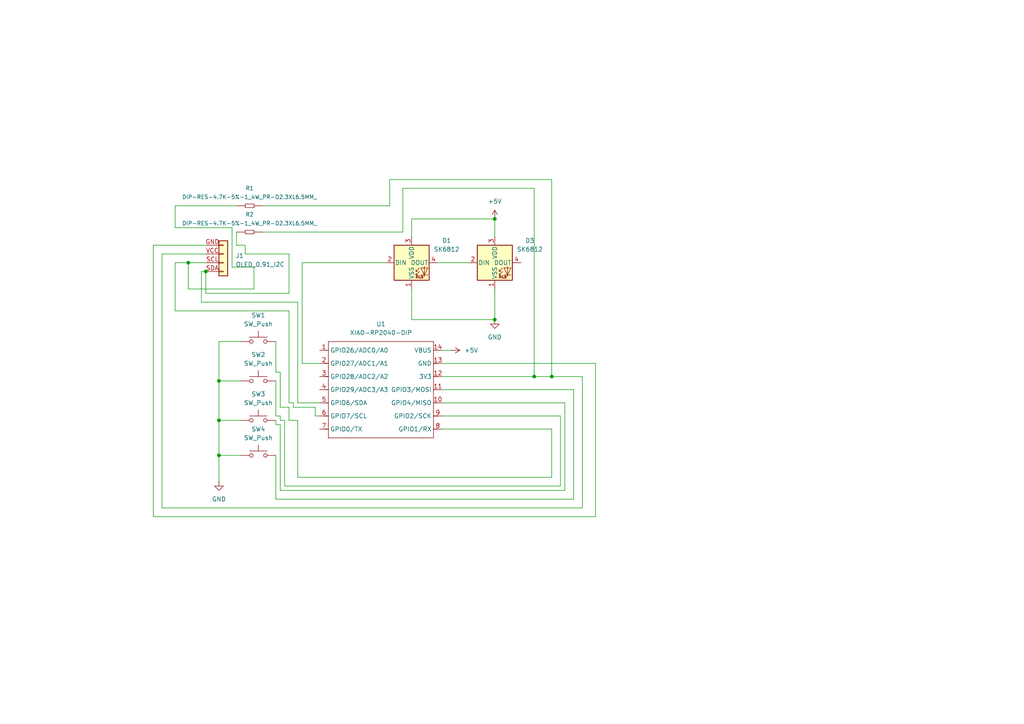
<source format=kicad_sch>
(kicad_sch
	(version 20250114)
	(generator "eeschema")
	(generator_version "9.0")
	(uuid "9b544e0f-8871-470e-befa-ea3b65d0330b")
	(paper "A4")
	(lib_symbols
		(symbol "Connector_Generic:Conn_01x04"
			(pin_names
				(offset 1.016)
				(hide yes)
			)
			(exclude_from_sim no)
			(in_bom yes)
			(on_board yes)
			(property "Reference" "J1"
				(at 2.54 0.0001 0)
				(effects
					(font
						(size 1.27 1.27)
					)
					(justify left)
				)
			)
			(property "Value" "OLED_0.91_I2C"
				(at 2.54 -2.5399 0)
				(effects
					(font
						(size 1.27 1.27)
					)
					(justify left)
				)
			)
			(property "Footprint" ""
				(at 0 0 0)
				(effects
					(font
						(size 1.27 1.27)
					)
					(hide yes)
				)
			)
			(property "Datasheet" "~"
				(at 0 0 0)
				(effects
					(font
						(size 1.27 1.27)
					)
					(hide yes)
				)
			)
			(property "Description" "Generic connector, single row, 01x04, script generated (kicad-library-utils/schlib/autogen/connector/)"
				(at 0 0 0)
				(effects
					(font
						(size 1.27 1.27)
					)
					(hide yes)
				)
			)
			(property "ki_keywords" "connector"
				(at 0 0 0)
				(effects
					(font
						(size 1.27 1.27)
					)
					(hide yes)
				)
			)
			(property "ki_fp_filters" "Connector*:*_1x??_*"
				(at 0 0 0)
				(effects
					(font
						(size 1.27 1.27)
					)
					(hide yes)
				)
			)
			(symbol "Conn_01x04_1_1"
				(rectangle
					(start -1.27 3.81)
					(end 1.27 -6.35)
					(stroke
						(width 0.254)
						(type default)
					)
					(fill
						(type background)
					)
				)
				(rectangle
					(start -1.27 2.667)
					(end 0 2.413)
					(stroke
						(width 0.1524)
						(type default)
					)
					(fill
						(type none)
					)
				)
				(rectangle
					(start -1.27 0.127)
					(end 0 -0.127)
					(stroke
						(width 0.1524)
						(type default)
					)
					(fill
						(type none)
					)
				)
				(rectangle
					(start -1.27 -2.413)
					(end 0 -2.667)
					(stroke
						(width 0.1524)
						(type default)
					)
					(fill
						(type none)
					)
				)
				(rectangle
					(start -1.27 -4.953)
					(end 0 -5.207)
					(stroke
						(width 0.1524)
						(type default)
					)
					(fill
						(type none)
					)
				)
				(pin passive line
					(at -5.08 2.54 0)
					(length 3.81)
					(name "GND"
						(effects
							(font
								(size 1.27 1.27)
							)
						)
					)
					(number "GND"
						(effects
							(font
								(size 1.27 1.27)
							)
						)
					)
				)
				(pin passive line
					(at -5.08 0 0)
					(length 3.81)
					(name "VCC"
						(effects
							(font
								(size 1.27 1.27)
							)
						)
					)
					(number "VCC"
						(effects
							(font
								(size 1.27 1.27)
							)
						)
					)
				)
				(pin passive line
					(at -5.08 -2.54 0)
					(length 3.81)
					(name "SCL"
						(effects
							(font
								(size 1.27 1.27)
							)
						)
					)
					(number "SCL"
						(effects
							(font
								(size 1.27 1.27)
							)
						)
					)
				)
				(pin passive line
					(at -5.08 -5.08 0)
					(length 3.81)
					(name "SDA"
						(effects
							(font
								(size 1.27 1.27)
							)
						)
					)
					(number "SDA"
						(effects
							(font
								(size 1.27 1.27)
							)
						)
					)
				)
			)
			(embedded_fonts no)
		)
		(symbol "LED:SK6812"
			(pin_names
				(offset 0.254)
			)
			(exclude_from_sim no)
			(in_bom yes)
			(on_board yes)
			(property "Reference" "D"
				(at 5.08 5.715 0)
				(effects
					(font
						(size 1.27 1.27)
					)
					(justify right bottom)
				)
			)
			(property "Value" "SK6812"
				(at 1.27 -5.715 0)
				(effects
					(font
						(size 1.27 1.27)
					)
					(justify left top)
				)
			)
			(property "Footprint" "LED_SMD:LED_SK6812_PLCC4_5.0x5.0mm_P3.2mm"
				(at 1.27 -7.62 0)
				(effects
					(font
						(size 1.27 1.27)
					)
					(justify left top)
					(hide yes)
				)
			)
			(property "Datasheet" "https://cdn-shop.adafruit.com/product-files/1138/SK6812+LED+datasheet+.pdf"
				(at 2.54 -9.525 0)
				(effects
					(font
						(size 1.27 1.27)
					)
					(justify left top)
					(hide yes)
				)
			)
			(property "Description" "RGB LED with integrated controller"
				(at 0 0 0)
				(effects
					(font
						(size 1.27 1.27)
					)
					(hide yes)
				)
			)
			(property "ki_keywords" "RGB LED NeoPixel addressable"
				(at 0 0 0)
				(effects
					(font
						(size 1.27 1.27)
					)
					(hide yes)
				)
			)
			(property "ki_fp_filters" "LED*SK6812*PLCC*5.0x5.0mm*P3.2mm*"
				(at 0 0 0)
				(effects
					(font
						(size 1.27 1.27)
					)
					(hide yes)
				)
			)
			(symbol "SK6812_0_0"
				(text "RGB"
					(at 2.286 -4.191 0)
					(effects
						(font
							(size 0.762 0.762)
						)
					)
				)
			)
			(symbol "SK6812_0_1"
				(polyline
					(pts
						(xy 1.27 -2.54) (xy 1.778 -2.54)
					)
					(stroke
						(width 0)
						(type default)
					)
					(fill
						(type none)
					)
				)
				(polyline
					(pts
						(xy 1.27 -3.556) (xy 1.778 -3.556)
					)
					(stroke
						(width 0)
						(type default)
					)
					(fill
						(type none)
					)
				)
				(polyline
					(pts
						(xy 2.286 -1.524) (xy 1.27 -2.54) (xy 1.27 -2.032)
					)
					(stroke
						(width 0)
						(type default)
					)
					(fill
						(type none)
					)
				)
				(polyline
					(pts
						(xy 2.286 -2.54) (xy 1.27 -3.556) (xy 1.27 -3.048)
					)
					(stroke
						(width 0)
						(type default)
					)
					(fill
						(type none)
					)
				)
				(polyline
					(pts
						(xy 3.683 -1.016) (xy 3.683 -3.556) (xy 3.683 -4.064)
					)
					(stroke
						(width 0)
						(type default)
					)
					(fill
						(type none)
					)
				)
				(polyline
					(pts
						(xy 4.699 -1.524) (xy 2.667 -1.524) (xy 3.683 -3.556) (xy 4.699 -1.524)
					)
					(stroke
						(width 0)
						(type default)
					)
					(fill
						(type none)
					)
				)
				(polyline
					(pts
						(xy 4.699 -3.556) (xy 2.667 -3.556)
					)
					(stroke
						(width 0)
						(type default)
					)
					(fill
						(type none)
					)
				)
				(rectangle
					(start 5.08 5.08)
					(end -5.08 -5.08)
					(stroke
						(width 0.254)
						(type default)
					)
					(fill
						(type background)
					)
				)
			)
			(symbol "SK6812_1_1"
				(pin input line
					(at -7.62 0 0)
					(length 2.54)
					(name "DIN"
						(effects
							(font
								(size 1.27 1.27)
							)
						)
					)
					(number "2"
						(effects
							(font
								(size 1.27 1.27)
							)
						)
					)
				)
				(pin power_in line
					(at 0 7.62 270)
					(length 2.54)
					(name "VDD"
						(effects
							(font
								(size 1.27 1.27)
							)
						)
					)
					(number "3"
						(effects
							(font
								(size 1.27 1.27)
							)
						)
					)
				)
				(pin power_in line
					(at 0 -7.62 90)
					(length 2.54)
					(name "VSS"
						(effects
							(font
								(size 1.27 1.27)
							)
						)
					)
					(number "1"
						(effects
							(font
								(size 1.27 1.27)
							)
						)
					)
				)
				(pin output line
					(at 7.62 0 180)
					(length 2.54)
					(name "DOUT"
						(effects
							(font
								(size 1.27 1.27)
							)
						)
					)
					(number "4"
						(effects
							(font
								(size 1.27 1.27)
							)
						)
					)
				)
			)
			(embedded_fonts no)
		)
		(symbol "OPL_Resistor:DIP-RES-4.7K-5%-1_4W_PR-D2.3XL6.5MM_"
			(pin_numbers
				(hide yes)
			)
			(pin_names
				(offset 1.016)
				(hide yes)
			)
			(exclude_from_sim no)
			(in_bom yes)
			(on_board yes)
			(property "Reference" "R"
				(at -3.81 1.27 0)
				(effects
					(font
						(size 1.143 1.143)
					)
					(justify left bottom)
				)
			)
			(property "Value" "DIP-RES-4.7K-5%-1_4W_PR-D2.3XL6.5MM_"
				(at -3.81 -2.54 0)
				(effects
					(font
						(size 1.143 1.143)
					)
					(justify left bottom)
				)
			)
			(property "Footprint" ""
				(at 0 0 0)
				(effects
					(font
						(size 1.016 1.016)
					)
					(hide yes)
				)
			)
			(property "Datasheet" ""
				(at 0 0 0)
				(effects
					(font
						(size 1.016 1.016)
					)
					(hide yes)
				)
			)
			(property "Description" ""
				(at 0 0 0)
				(effects
					(font
						(size 1.27 1.27)
					)
					(hide yes)
				)
			)
			(property "MPN" "FHCFR-1_4W-472J"
				(at 0.762 3.81 0)
				(effects
					(font
						(size 0.508 0.508)
					)
					(hide yes)
				)
			)
			(property "SKU" "301020012"
				(at 0.762 3.81 0)
				(effects
					(font
						(size 0.508 0.508)
					)
					(hide yes)
				)
			)
			(property "ki_locked" ""
				(at 0 0 0)
				(effects
					(font
						(size 1.27 1.27)
					)
				)
			)
			(property "ki_fp_filters" "*PR-D2.3XL6.5MM*"
				(at 0 0 0)
				(effects
					(font
						(size 1.27 1.27)
					)
					(hide yes)
				)
			)
			(symbol "DIP-RES-4.7K-5%-1_4W_PR-D2.3XL6.5MM__1_0"
				(polyline
					(pts
						(xy -1.27 0.508) (xy 1.27 0.508)
					)
					(stroke
						(width 0)
						(type solid)
					)
					(fill
						(type none)
					)
				)
				(polyline
					(pts
						(xy -1.27 -0.508) (xy -1.27 0.508)
					)
					(stroke
						(width 0)
						(type solid)
					)
					(fill
						(type none)
					)
				)
				(polyline
					(pts
						(xy 1.27 0.508) (xy 1.27 -0.508)
					)
					(stroke
						(width 0)
						(type solid)
					)
					(fill
						(type none)
					)
				)
				(polyline
					(pts
						(xy 1.27 -0.508) (xy -1.27 -0.508)
					)
					(stroke
						(width 0)
						(type solid)
					)
					(fill
						(type none)
					)
				)
			)
			(symbol "DIP-RES-4.7K-5%-1_4W_PR-D2.3XL6.5MM__1_1"
				(pin passive line
					(at -3.81 0 0)
					(length 2.54)
					(name "1"
						(effects
							(font
								(size 1.016 1.016)
							)
						)
					)
					(number "1"
						(effects
							(font
								(size 1.016 1.016)
							)
						)
					)
				)
				(pin passive line
					(at 3.81 0 180)
					(length 2.54)
					(name "2"
						(effects
							(font
								(size 1.016 1.016)
							)
						)
					)
					(number "2"
						(effects
							(font
								(size 1.016 1.016)
							)
						)
					)
				)
			)
			(embedded_fonts no)
		)
		(symbol "Seeed_Studio_XIAO_Series:XIAO-RP2040-DIP"
			(exclude_from_sim no)
			(in_bom yes)
			(on_board yes)
			(property "Reference" "U"
				(at 0 0 0)
				(effects
					(font
						(size 1.27 1.27)
					)
				)
			)
			(property "Value" "XIAO-RP2040-DIP"
				(at 5.334 -1.778 0)
				(effects
					(font
						(size 1.27 1.27)
					)
				)
			)
			(property "Footprint" "Module:MOUDLE14P-XIAO-DIP-SMD"
				(at 14.478 -32.258 0)
				(effects
					(font
						(size 1.27 1.27)
					)
					(hide yes)
				)
			)
			(property "Datasheet" ""
				(at 0 0 0)
				(effects
					(font
						(size 1.27 1.27)
					)
					(hide yes)
				)
			)
			(property "Description" ""
				(at 0 0 0)
				(effects
					(font
						(size 1.27 1.27)
					)
					(hide yes)
				)
			)
			(symbol "XIAO-RP2040-DIP_1_0"
				(polyline
					(pts
						(xy -1.27 -2.54) (xy 29.21 -2.54)
					)
					(stroke
						(width 0.1524)
						(type solid)
					)
					(fill
						(type none)
					)
				)
				(polyline
					(pts
						(xy -1.27 -5.08) (xy -2.54 -5.08)
					)
					(stroke
						(width 0.1524)
						(type solid)
					)
					(fill
						(type none)
					)
				)
				(polyline
					(pts
						(xy -1.27 -5.08) (xy -1.27 -2.54)
					)
					(stroke
						(width 0.1524)
						(type solid)
					)
					(fill
						(type none)
					)
				)
				(polyline
					(pts
						(xy -1.27 -8.89) (xy -2.54 -8.89)
					)
					(stroke
						(width 0.1524)
						(type solid)
					)
					(fill
						(type none)
					)
				)
				(polyline
					(pts
						(xy -1.27 -8.89) (xy -1.27 -5.08)
					)
					(stroke
						(width 0.1524)
						(type solid)
					)
					(fill
						(type none)
					)
				)
				(polyline
					(pts
						(xy -1.27 -12.7) (xy -2.54 -12.7)
					)
					(stroke
						(width 0.1524)
						(type solid)
					)
					(fill
						(type none)
					)
				)
				(polyline
					(pts
						(xy -1.27 -12.7) (xy -1.27 -8.89)
					)
					(stroke
						(width 0.1524)
						(type solid)
					)
					(fill
						(type none)
					)
				)
				(polyline
					(pts
						(xy -1.27 -16.51) (xy -2.54 -16.51)
					)
					(stroke
						(width 0.1524)
						(type solid)
					)
					(fill
						(type none)
					)
				)
				(polyline
					(pts
						(xy -1.27 -16.51) (xy -1.27 -12.7)
					)
					(stroke
						(width 0.1524)
						(type solid)
					)
					(fill
						(type none)
					)
				)
				(polyline
					(pts
						(xy -1.27 -20.32) (xy -2.54 -20.32)
					)
					(stroke
						(width 0.1524)
						(type solid)
					)
					(fill
						(type none)
					)
				)
				(polyline
					(pts
						(xy -1.27 -24.13) (xy -2.54 -24.13)
					)
					(stroke
						(width 0.1524)
						(type solid)
					)
					(fill
						(type none)
					)
				)
				(polyline
					(pts
						(xy -1.27 -27.94) (xy -2.54 -27.94)
					)
					(stroke
						(width 0.1524)
						(type solid)
					)
					(fill
						(type none)
					)
				)
				(polyline
					(pts
						(xy -1.27 -30.48) (xy -1.27 -16.51)
					)
					(stroke
						(width 0.1524)
						(type solid)
					)
					(fill
						(type none)
					)
				)
				(polyline
					(pts
						(xy 29.21 -2.54) (xy 29.21 -5.08)
					)
					(stroke
						(width 0.1524)
						(type solid)
					)
					(fill
						(type none)
					)
				)
				(polyline
					(pts
						(xy 29.21 -5.08) (xy 29.21 -8.89)
					)
					(stroke
						(width 0.1524)
						(type solid)
					)
					(fill
						(type none)
					)
				)
				(polyline
					(pts
						(xy 29.21 -8.89) (xy 29.21 -12.7)
					)
					(stroke
						(width 0.1524)
						(type solid)
					)
					(fill
						(type none)
					)
				)
				(polyline
					(pts
						(xy 29.21 -12.7) (xy 29.21 -30.48)
					)
					(stroke
						(width 0.1524)
						(type solid)
					)
					(fill
						(type none)
					)
				)
				(polyline
					(pts
						(xy 29.21 -30.48) (xy -1.27 -30.48)
					)
					(stroke
						(width 0.1524)
						(type solid)
					)
					(fill
						(type none)
					)
				)
				(polyline
					(pts
						(xy 30.48 -5.08) (xy 29.21 -5.08)
					)
					(stroke
						(width 0.1524)
						(type solid)
					)
					(fill
						(type none)
					)
				)
				(polyline
					(pts
						(xy 30.48 -8.89) (xy 29.21 -8.89)
					)
					(stroke
						(width 0.1524)
						(type solid)
					)
					(fill
						(type none)
					)
				)
				(polyline
					(pts
						(xy 30.48 -12.7) (xy 29.21 -12.7)
					)
					(stroke
						(width 0.1524)
						(type solid)
					)
					(fill
						(type none)
					)
				)
				(polyline
					(pts
						(xy 30.48 -16.51) (xy 29.21 -16.51)
					)
					(stroke
						(width 0.1524)
						(type solid)
					)
					(fill
						(type none)
					)
				)
				(polyline
					(pts
						(xy 30.48 -20.32) (xy 29.21 -20.32)
					)
					(stroke
						(width 0.1524)
						(type solid)
					)
					(fill
						(type none)
					)
				)
				(polyline
					(pts
						(xy 30.48 -24.13) (xy 29.21 -24.13)
					)
					(stroke
						(width 0.1524)
						(type solid)
					)
					(fill
						(type none)
					)
				)
				(polyline
					(pts
						(xy 30.48 -27.94) (xy 29.21 -27.94)
					)
					(stroke
						(width 0.1524)
						(type solid)
					)
					(fill
						(type none)
					)
				)
				(pin passive line
					(at -3.81 -5.08 0)
					(length 2.54)
					(name "GPIO26/ADC0/A0"
						(effects
							(font
								(size 1.27 1.27)
							)
						)
					)
					(number "1"
						(effects
							(font
								(size 1.27 1.27)
							)
						)
					)
				)
				(pin passive line
					(at -3.81 -8.89 0)
					(length 2.54)
					(name "GPIO27/ADC1/A1"
						(effects
							(font
								(size 1.27 1.27)
							)
						)
					)
					(number "2"
						(effects
							(font
								(size 1.27 1.27)
							)
						)
					)
				)
				(pin passive line
					(at -3.81 -12.7 0)
					(length 2.54)
					(name "GPIO28/ADC2/A2"
						(effects
							(font
								(size 1.27 1.27)
							)
						)
					)
					(number "3"
						(effects
							(font
								(size 1.27 1.27)
							)
						)
					)
				)
				(pin passive line
					(at -3.81 -16.51 0)
					(length 2.54)
					(name "GPIO29/ADC3/A3"
						(effects
							(font
								(size 1.27 1.27)
							)
						)
					)
					(number "4"
						(effects
							(font
								(size 1.27 1.27)
							)
						)
					)
				)
				(pin passive line
					(at -3.81 -20.32 0)
					(length 2.54)
					(name "GPIO6/SDA"
						(effects
							(font
								(size 1.27 1.27)
							)
						)
					)
					(number "5"
						(effects
							(font
								(size 1.27 1.27)
							)
						)
					)
				)
				(pin passive line
					(at -3.81 -24.13 0)
					(length 2.54)
					(name "GPIO7/SCL"
						(effects
							(font
								(size 1.27 1.27)
							)
						)
					)
					(number "6"
						(effects
							(font
								(size 1.27 1.27)
							)
						)
					)
				)
				(pin passive line
					(at -3.81 -27.94 0)
					(length 2.54)
					(name "GPIO0/TX"
						(effects
							(font
								(size 1.27 1.27)
							)
						)
					)
					(number "7"
						(effects
							(font
								(size 1.27 1.27)
							)
						)
					)
				)
				(pin passive line
					(at 31.75 -5.08 180)
					(length 2.54)
					(name "VBUS"
						(effects
							(font
								(size 1.27 1.27)
							)
						)
					)
					(number "14"
						(effects
							(font
								(size 1.27 1.27)
							)
						)
					)
				)
				(pin passive line
					(at 31.75 -8.89 180)
					(length 2.54)
					(name "GND"
						(effects
							(font
								(size 1.27 1.27)
							)
						)
					)
					(number "13"
						(effects
							(font
								(size 1.27 1.27)
							)
						)
					)
				)
				(pin passive line
					(at 31.75 -12.7 180)
					(length 2.54)
					(name "3V3"
						(effects
							(font
								(size 1.27 1.27)
							)
						)
					)
					(number "12"
						(effects
							(font
								(size 1.27 1.27)
							)
						)
					)
				)
				(pin passive line
					(at 31.75 -16.51 180)
					(length 2.54)
					(name "GPIO3/MOSI"
						(effects
							(font
								(size 1.27 1.27)
							)
						)
					)
					(number "11"
						(effects
							(font
								(size 1.27 1.27)
							)
						)
					)
				)
				(pin passive line
					(at 31.75 -20.32 180)
					(length 2.54)
					(name "GPIO4/MISO"
						(effects
							(font
								(size 1.27 1.27)
							)
						)
					)
					(number "10"
						(effects
							(font
								(size 1.27 1.27)
							)
						)
					)
				)
				(pin passive line
					(at 31.75 -24.13 180)
					(length 2.54)
					(name "GPIO2/SCK"
						(effects
							(font
								(size 1.27 1.27)
							)
						)
					)
					(number "9"
						(effects
							(font
								(size 1.27 1.27)
							)
						)
					)
				)
				(pin passive line
					(at 31.75 -27.94 180)
					(length 2.54)
					(name "GPIO1/RX"
						(effects
							(font
								(size 1.27 1.27)
							)
						)
					)
					(number "8"
						(effects
							(font
								(size 1.27 1.27)
							)
						)
					)
				)
			)
			(embedded_fonts no)
		)
		(symbol "Switch:SW_Push"
			(pin_numbers
				(hide yes)
			)
			(pin_names
				(offset 1.016)
				(hide yes)
			)
			(exclude_from_sim no)
			(in_bom yes)
			(on_board yes)
			(property "Reference" "SW"
				(at 1.27 2.54 0)
				(effects
					(font
						(size 1.27 1.27)
					)
					(justify left)
				)
			)
			(property "Value" "SW_Push"
				(at 0 -1.524 0)
				(effects
					(font
						(size 1.27 1.27)
					)
				)
			)
			(property "Footprint" ""
				(at 0 5.08 0)
				(effects
					(font
						(size 1.27 1.27)
					)
					(hide yes)
				)
			)
			(property "Datasheet" "~"
				(at 0 5.08 0)
				(effects
					(font
						(size 1.27 1.27)
					)
					(hide yes)
				)
			)
			(property "Description" "Push button switch, generic, two pins"
				(at 0 0 0)
				(effects
					(font
						(size 1.27 1.27)
					)
					(hide yes)
				)
			)
			(property "ki_keywords" "switch normally-open pushbutton push-button"
				(at 0 0 0)
				(effects
					(font
						(size 1.27 1.27)
					)
					(hide yes)
				)
			)
			(symbol "SW_Push_0_1"
				(circle
					(center -2.032 0)
					(radius 0.508)
					(stroke
						(width 0)
						(type default)
					)
					(fill
						(type none)
					)
				)
				(polyline
					(pts
						(xy 0 1.27) (xy 0 3.048)
					)
					(stroke
						(width 0)
						(type default)
					)
					(fill
						(type none)
					)
				)
				(circle
					(center 2.032 0)
					(radius 0.508)
					(stroke
						(width 0)
						(type default)
					)
					(fill
						(type none)
					)
				)
				(polyline
					(pts
						(xy 2.54 1.27) (xy -2.54 1.27)
					)
					(stroke
						(width 0)
						(type default)
					)
					(fill
						(type none)
					)
				)
				(pin passive line
					(at -5.08 0 0)
					(length 2.54)
					(name "1"
						(effects
							(font
								(size 1.27 1.27)
							)
						)
					)
					(number "1"
						(effects
							(font
								(size 1.27 1.27)
							)
						)
					)
				)
				(pin passive line
					(at 5.08 0 180)
					(length 2.54)
					(name "2"
						(effects
							(font
								(size 1.27 1.27)
							)
						)
					)
					(number "2"
						(effects
							(font
								(size 1.27 1.27)
							)
						)
					)
				)
			)
			(embedded_fonts no)
		)
		(symbol "power:+5V"
			(power)
			(pin_numbers
				(hide yes)
			)
			(pin_names
				(offset 0)
				(hide yes)
			)
			(exclude_from_sim no)
			(in_bom yes)
			(on_board yes)
			(property "Reference" "#PWR"
				(at 0 -3.81 0)
				(effects
					(font
						(size 1.27 1.27)
					)
					(hide yes)
				)
			)
			(property "Value" "+5V"
				(at 0 3.556 0)
				(effects
					(font
						(size 1.27 1.27)
					)
				)
			)
			(property "Footprint" ""
				(at 0 0 0)
				(effects
					(font
						(size 1.27 1.27)
					)
					(hide yes)
				)
			)
			(property "Datasheet" ""
				(at 0 0 0)
				(effects
					(font
						(size 1.27 1.27)
					)
					(hide yes)
				)
			)
			(property "Description" "Power symbol creates a global label with name \"+5V\""
				(at 0 0 0)
				(effects
					(font
						(size 1.27 1.27)
					)
					(hide yes)
				)
			)
			(property "ki_keywords" "global power"
				(at 0 0 0)
				(effects
					(font
						(size 1.27 1.27)
					)
					(hide yes)
				)
			)
			(symbol "+5V_0_1"
				(polyline
					(pts
						(xy -0.762 1.27) (xy 0 2.54)
					)
					(stroke
						(width 0)
						(type default)
					)
					(fill
						(type none)
					)
				)
				(polyline
					(pts
						(xy 0 2.54) (xy 0.762 1.27)
					)
					(stroke
						(width 0)
						(type default)
					)
					(fill
						(type none)
					)
				)
				(polyline
					(pts
						(xy 0 0) (xy 0 2.54)
					)
					(stroke
						(width 0)
						(type default)
					)
					(fill
						(type none)
					)
				)
			)
			(symbol "+5V_1_1"
				(pin power_in line
					(at 0 0 90)
					(length 0)
					(name "~"
						(effects
							(font
								(size 1.27 1.27)
							)
						)
					)
					(number "1"
						(effects
							(font
								(size 1.27 1.27)
							)
						)
					)
				)
			)
			(embedded_fonts no)
		)
		(symbol "power:GND"
			(power)
			(pin_numbers
				(hide yes)
			)
			(pin_names
				(offset 0)
				(hide yes)
			)
			(exclude_from_sim no)
			(in_bom yes)
			(on_board yes)
			(property "Reference" "#PWR"
				(at 0 -6.35 0)
				(effects
					(font
						(size 1.27 1.27)
					)
					(hide yes)
				)
			)
			(property "Value" "GND"
				(at 0 -3.81 0)
				(effects
					(font
						(size 1.27 1.27)
					)
				)
			)
			(property "Footprint" ""
				(at 0 0 0)
				(effects
					(font
						(size 1.27 1.27)
					)
					(hide yes)
				)
			)
			(property "Datasheet" ""
				(at 0 0 0)
				(effects
					(font
						(size 1.27 1.27)
					)
					(hide yes)
				)
			)
			(property "Description" "Power symbol creates a global label with name \"GND\" , ground"
				(at 0 0 0)
				(effects
					(font
						(size 1.27 1.27)
					)
					(hide yes)
				)
			)
			(property "ki_keywords" "global power"
				(at 0 0 0)
				(effects
					(font
						(size 1.27 1.27)
					)
					(hide yes)
				)
			)
			(symbol "GND_0_1"
				(polyline
					(pts
						(xy 0 0) (xy 0 -1.27) (xy 1.27 -1.27) (xy 0 -2.54) (xy -1.27 -1.27) (xy 0 -1.27)
					)
					(stroke
						(width 0)
						(type default)
					)
					(fill
						(type none)
					)
				)
			)
			(symbol "GND_1_1"
				(pin power_in line
					(at 0 0 270)
					(length 0)
					(name "~"
						(effects
							(font
								(size 1.27 1.27)
							)
						)
					)
					(number "1"
						(effects
							(font
								(size 1.27 1.27)
							)
						)
					)
				)
			)
			(embedded_fonts no)
		)
	)
	(junction
		(at 63.5 110.49)
		(diameter 0)
		(color 0 0 0 0)
		(uuid "14c7101b-ab6e-4d6c-9b5c-5a46b2b6edd5")
	)
	(junction
		(at 54.61 76.2)
		(diameter 0)
		(color 0 0 0 0)
		(uuid "25a08c22-3d93-46bc-9eae-57ae4e57e22b")
	)
	(junction
		(at 143.51 63.5)
		(diameter 0)
		(color 0 0 0 0)
		(uuid "5c01be91-648c-4e38-9d69-9dd0da280a42")
	)
	(junction
		(at 59.69 78.74)
		(diameter 0)
		(color 0 0 0 0)
		(uuid "8225d675-7068-44f0-ac94-330f162dd65b")
	)
	(junction
		(at 154.94 109.22)
		(diameter 0)
		(color 0 0 0 0)
		(uuid "86188cbe-7313-4758-9241-4cd163965779")
	)
	(junction
		(at 143.51 92.71)
		(diameter 0)
		(color 0 0 0 0)
		(uuid "a36c4724-4019-41df-95d7-d99f1623773d")
	)
	(junction
		(at 63.5 132.08)
		(diameter 0)
		(color 0 0 0 0)
		(uuid "c2d60382-6d01-43af-8598-0ab1f359b528")
	)
	(junction
		(at 63.5 121.92)
		(diameter 0)
		(color 0 0 0 0)
		(uuid "d53fab4d-acf0-48f4-92b3-9b519087b52d")
	)
	(junction
		(at 160.02 109.22)
		(diameter 0)
		(color 0 0 0 0)
		(uuid "f1311924-4d48-40c8-aedd-26986b34892e")
	)
	(wire
		(pts
			(xy 85.09 118.11) (xy 91.44 118.11)
		)
		(stroke
			(width 0)
			(type default)
		)
		(uuid "022b2f71-49e0-48dd-8ab1-c5e43dcb10e1")
	)
	(wire
		(pts
			(xy 50.8 76.2) (xy 50.8 90.17)
		)
		(stroke
			(width 0)
			(type default)
		)
		(uuid "02c93795-836e-46cf-a92a-84e0cb1fb01a")
	)
	(wire
		(pts
			(xy 116.84 67.31) (xy 116.84 54.61)
		)
		(stroke
			(width 0)
			(type default)
		)
		(uuid "0343531a-f83b-437b-a77b-be4701518b3e")
	)
	(wire
		(pts
			(xy 63.5 121.92) (xy 63.5 110.49)
		)
		(stroke
			(width 0)
			(type default)
		)
		(uuid "071b721c-cb3d-4832-971b-a6efb46e3e51")
	)
	(wire
		(pts
			(xy 81.28 123.19) (xy 80.01 123.19)
		)
		(stroke
			(width 0)
			(type default)
		)
		(uuid "085fbcae-9a46-4d71-ac5b-6cd4208fa885")
	)
	(wire
		(pts
			(xy 85.09 116.84) (xy 85.09 118.11)
		)
		(stroke
			(width 0)
			(type default)
		)
		(uuid "0a1ed9cc-f4ed-4798-9c03-9a273ee39803")
	)
	(wire
		(pts
			(xy 128.27 116.84) (xy 163.83 116.84)
		)
		(stroke
			(width 0)
			(type default)
		)
		(uuid "0a4b99dc-f1dc-4c0d-814d-0a28aba858ac")
	)
	(wire
		(pts
			(xy 44.45 149.86) (xy 172.72 149.86)
		)
		(stroke
			(width 0)
			(type default)
		)
		(uuid "0b2363f2-5e73-4082-a0ca-97b95f97331c")
	)
	(wire
		(pts
			(xy 91.44 120.65) (xy 92.71 120.65)
		)
		(stroke
			(width 0)
			(type default)
		)
		(uuid "17ad4e34-68a8-4f59-ad52-0574bdb013a3")
	)
	(wire
		(pts
			(xy 82.55 140.97) (xy 82.55 121.92)
		)
		(stroke
			(width 0)
			(type default)
		)
		(uuid "180901fd-bd5d-4646-a3d7-f8e6de1c15a5")
	)
	(wire
		(pts
			(xy 80.01 107.95) (xy 80.01 99.06)
		)
		(stroke
			(width 0)
			(type default)
		)
		(uuid "1838d36d-410c-4db7-b9ad-e65cea4102d4")
	)
	(wire
		(pts
			(xy 54.61 83.82) (xy 73.66 83.82)
		)
		(stroke
			(width 0)
			(type default)
		)
		(uuid "19dac79f-03c3-4e21-9a3f-117765782e96")
	)
	(wire
		(pts
			(xy 119.38 83.82) (xy 119.38 92.71)
		)
		(stroke
			(width 0)
			(type default)
		)
		(uuid "1a8ebace-1bb1-4a37-81c0-4555669be997")
	)
	(wire
		(pts
			(xy 46.99 73.66) (xy 46.99 147.32)
		)
		(stroke
			(width 0)
			(type default)
		)
		(uuid "1af1d117-6ecc-4d38-86e7-efce3d64d687")
	)
	(wire
		(pts
			(xy 80.01 110.49) (xy 80.01 120.65)
		)
		(stroke
			(width 0)
			(type default)
		)
		(uuid "1c93b42d-721b-46ad-b6bf-b011323f86fd")
	)
	(wire
		(pts
			(xy 81.28 107.95) (xy 80.01 107.95)
		)
		(stroke
			(width 0)
			(type default)
		)
		(uuid "1cd8faea-e5a5-4721-8d3f-440df9b656d3")
	)
	(wire
		(pts
			(xy 111.76 76.2) (xy 87.63 76.2)
		)
		(stroke
			(width 0)
			(type default)
		)
		(uuid "1d314946-31c0-4438-9bf7-b516b9375953")
	)
	(wire
		(pts
			(xy 128.27 101.6) (xy 130.81 101.6)
		)
		(stroke
			(width 0)
			(type default)
		)
		(uuid "1d3e7899-a11b-49c0-858c-a0216276139d")
	)
	(wire
		(pts
			(xy 127 76.2) (xy 135.89 76.2)
		)
		(stroke
			(width 0)
			(type default)
		)
		(uuid "1eebb8b0-786f-4832-ad78-2ec608fc5db8")
	)
	(wire
		(pts
			(xy 63.5 132.08) (xy 63.5 121.92)
		)
		(stroke
			(width 0)
			(type default)
		)
		(uuid "21e4e596-0971-4392-93f4-676de025cc81")
	)
	(wire
		(pts
			(xy 86.36 87.63) (xy 86.36 116.84)
		)
		(stroke
			(width 0)
			(type default)
		)
		(uuid "2495110e-b925-43b5-922d-69fa1bdf2047")
	)
	(wire
		(pts
			(xy 54.61 76.2) (xy 50.8 76.2)
		)
		(stroke
			(width 0)
			(type default)
		)
		(uuid "253cdf24-644e-4688-8a5a-10b499f11a86")
	)
	(wire
		(pts
			(xy 83.82 118.11) (xy 81.28 118.11)
		)
		(stroke
			(width 0)
			(type default)
		)
		(uuid "2947df9a-852f-41b9-a016-6e9c97e5b974")
	)
	(wire
		(pts
			(xy 160.02 124.46) (xy 160.02 138.43)
		)
		(stroke
			(width 0)
			(type default)
		)
		(uuid "2a2209c4-ab6c-4fe9-b5a0-fd93aa4e124a")
	)
	(wire
		(pts
			(xy 91.44 118.11) (xy 91.44 120.65)
		)
		(stroke
			(width 0)
			(type default)
		)
		(uuid "2afe9d98-272a-4a20-a427-65d59c13c3b3")
	)
	(wire
		(pts
			(xy 58.42 78.74) (xy 59.69 78.74)
		)
		(stroke
			(width 0)
			(type default)
		)
		(uuid "36646260-8f02-42a8-a316-1b0f3115bb8d")
	)
	(wire
		(pts
			(xy 166.37 113.03) (xy 166.37 144.78)
		)
		(stroke
			(width 0)
			(type default)
		)
		(uuid "373ada6a-2dbc-454a-a2df-d8cb34aa7410")
	)
	(wire
		(pts
			(xy 59.69 71.12) (xy 44.45 71.12)
		)
		(stroke
			(width 0)
			(type default)
		)
		(uuid "37dc33dc-0424-4ff1-9b0f-163a56ed5dbc")
	)
	(wire
		(pts
			(xy 81.28 121.92) (xy 81.28 120.65)
		)
		(stroke
			(width 0)
			(type default)
		)
		(uuid "383da5a6-2ac4-496e-865c-68f22ece2ba9")
	)
	(wire
		(pts
			(xy 59.69 73.66) (xy 46.99 73.66)
		)
		(stroke
			(width 0)
			(type default)
		)
		(uuid "39020d38-8d6c-458d-b421-6a4145beea88")
	)
	(wire
		(pts
			(xy 63.5 132.08) (xy 69.85 132.08)
		)
		(stroke
			(width 0)
			(type default)
		)
		(uuid "3b7a586b-c8d2-4c5f-bd4f-8e85bfb02b4c")
	)
	(wire
		(pts
			(xy 68.58 71.12) (xy 68.58 67.31)
		)
		(stroke
			(width 0)
			(type default)
		)
		(uuid "3f3b25ea-f7bd-4291-b19b-f2e39fdff711")
	)
	(wire
		(pts
			(xy 83.82 116.84) (xy 85.09 116.84)
		)
		(stroke
			(width 0)
			(type default)
		)
		(uuid "41dec297-81e7-4176-89e7-6e99f0d284f3")
	)
	(wire
		(pts
			(xy 128.27 113.03) (xy 166.37 113.03)
		)
		(stroke
			(width 0)
			(type default)
		)
		(uuid "45978880-18cc-45e7-9407-f22d66aa2e41")
	)
	(wire
		(pts
			(xy 76.2 59.69) (xy 113.03 59.69)
		)
		(stroke
			(width 0)
			(type default)
		)
		(uuid "45e3bf3f-8f5a-4689-ba5e-30875b2c5aa6")
	)
	(wire
		(pts
			(xy 163.83 142.24) (xy 81.28 142.24)
		)
		(stroke
			(width 0)
			(type default)
		)
		(uuid "48b618ff-ca32-4879-966e-e2d2f96071f6")
	)
	(wire
		(pts
			(xy 87.63 76.2) (xy 87.63 105.41)
		)
		(stroke
			(width 0)
			(type default)
		)
		(uuid "4b21ff52-ba35-40ea-b731-84091d7bcdee")
	)
	(wire
		(pts
			(xy 46.99 147.32) (xy 168.91 147.32)
		)
		(stroke
			(width 0)
			(type default)
		)
		(uuid "515800a4-33f7-4315-adf3-afe7669e3174")
	)
	(wire
		(pts
			(xy 113.03 52.07) (xy 160.02 52.07)
		)
		(stroke
			(width 0)
			(type default)
		)
		(uuid "52c34b49-8d30-40c7-a4a3-91e9fb2622f6")
	)
	(wire
		(pts
			(xy 71.12 71.12) (xy 68.58 71.12)
		)
		(stroke
			(width 0)
			(type default)
		)
		(uuid "5463ae6d-2e46-4fce-8d44-9b54dcab37f7")
	)
	(wire
		(pts
			(xy 83.82 73.66) (xy 71.12 73.66)
		)
		(stroke
			(width 0)
			(type default)
		)
		(uuid "57d24e9b-a4a9-45fe-bb19-e7034e17f1bd")
	)
	(wire
		(pts
			(xy 80.01 123.19) (xy 80.01 121.92)
		)
		(stroke
			(width 0)
			(type default)
		)
		(uuid "5e7d3045-b22f-490b-8648-b84e9fa5b5e8")
	)
	(wire
		(pts
			(xy 59.69 85.09) (xy 83.82 85.09)
		)
		(stroke
			(width 0)
			(type default)
		)
		(uuid "60bf935d-4cf8-453e-b67b-8e5f3104a002")
	)
	(wire
		(pts
			(xy 63.5 99.06) (xy 69.85 99.06)
		)
		(stroke
			(width 0)
			(type default)
		)
		(uuid "65aff353-d7d2-42c8-9cb5-99438cd1d68b")
	)
	(wire
		(pts
			(xy 50.8 66.04) (xy 50.8 59.69)
		)
		(stroke
			(width 0)
			(type default)
		)
		(uuid "66193f3e-d3b3-4357-9175-74d6e2e6d464")
	)
	(wire
		(pts
			(xy 172.72 105.41) (xy 128.27 105.41)
		)
		(stroke
			(width 0)
			(type default)
		)
		(uuid "667098d9-be52-4d50-8f1f-2930636ee482")
	)
	(wire
		(pts
			(xy 83.82 121.92) (xy 83.82 118.11)
		)
		(stroke
			(width 0)
			(type default)
		)
		(uuid "6b2591da-13e2-4ab5-abe5-eca44470d0c1")
	)
	(wire
		(pts
			(xy 83.82 90.17) (xy 83.82 116.84)
		)
		(stroke
			(width 0)
			(type default)
		)
		(uuid "6cfd274b-6eb2-40f5-b5e4-d8d3fd872f85")
	)
	(wire
		(pts
			(xy 67.31 66.04) (xy 50.8 66.04)
		)
		(stroke
			(width 0)
			(type default)
		)
		(uuid "7036e5e3-2fd2-42cd-9c95-a41c5929d711")
	)
	(wire
		(pts
			(xy 163.83 116.84) (xy 163.83 142.24)
		)
		(stroke
			(width 0)
			(type default)
		)
		(uuid "70483ae7-d86d-4130-a7a2-54cd025c16fc")
	)
	(wire
		(pts
			(xy 63.5 121.92) (xy 69.85 121.92)
		)
		(stroke
			(width 0)
			(type default)
		)
		(uuid "70f9f4d1-3326-4624-9ba3-9c58f24d75cf")
	)
	(wire
		(pts
			(xy 63.5 139.7) (xy 63.5 132.08)
		)
		(stroke
			(width 0)
			(type default)
		)
		(uuid "7a797715-6d22-4807-80bb-eb44588f41de")
	)
	(wire
		(pts
			(xy 81.28 142.24) (xy 81.28 123.19)
		)
		(stroke
			(width 0)
			(type default)
		)
		(uuid "7cda38db-4f81-4852-9d18-94302a63abf9")
	)
	(wire
		(pts
			(xy 63.5 110.49) (xy 69.85 110.49)
		)
		(stroke
			(width 0)
			(type default)
		)
		(uuid "7ed21cde-4911-46d7-bbc0-3ccfaef5877d")
	)
	(wire
		(pts
			(xy 154.94 54.61) (xy 154.94 109.22)
		)
		(stroke
			(width 0)
			(type default)
		)
		(uuid "7f8b45b0-4654-4b0b-bf4a-9373e6b9f86a")
	)
	(wire
		(pts
			(xy 116.84 54.61) (xy 154.94 54.61)
		)
		(stroke
			(width 0)
			(type default)
		)
		(uuid "80de7d68-d613-45d7-aada-4db484b5929c")
	)
	(wire
		(pts
			(xy 162.56 120.65) (xy 162.56 140.97)
		)
		(stroke
			(width 0)
			(type default)
		)
		(uuid "84412a4e-2577-4d3c-a409-e7129cfc58ea")
	)
	(wire
		(pts
			(xy 71.12 73.66) (xy 71.12 71.12)
		)
		(stroke
			(width 0)
			(type default)
		)
		(uuid "8553ae8d-5abe-45bf-82aa-5906bf031b7e")
	)
	(wire
		(pts
			(xy 58.42 78.74) (xy 58.42 87.63)
		)
		(stroke
			(width 0)
			(type default)
		)
		(uuid "85ff7c22-3354-477a-88f0-fccce8315536")
	)
	(wire
		(pts
			(xy 128.27 124.46) (xy 160.02 124.46)
		)
		(stroke
			(width 0)
			(type default)
		)
		(uuid "8963f4b2-7e9e-488b-9d94-7e5a943e44a2")
	)
	(wire
		(pts
			(xy 58.42 87.63) (xy 86.36 87.63)
		)
		(stroke
			(width 0)
			(type default)
		)
		(uuid "8c17e8c7-3b26-42c6-b861-0b886767a222")
	)
	(wire
		(pts
			(xy 166.37 144.78) (xy 80.01 144.78)
		)
		(stroke
			(width 0)
			(type default)
		)
		(uuid "90602c81-0fd0-45c0-89eb-8576eccb1399")
	)
	(wire
		(pts
			(xy 83.82 85.09) (xy 83.82 73.66)
		)
		(stroke
			(width 0)
			(type default)
		)
		(uuid "93d69795-000c-433d-bba6-adbce6763e07")
	)
	(wire
		(pts
			(xy 67.31 77.47) (xy 67.31 66.04)
		)
		(stroke
			(width 0)
			(type default)
		)
		(uuid "9b07cdf7-fb49-4689-9c2b-355f9fe922a8")
	)
	(wire
		(pts
			(xy 154.94 109.22) (xy 128.27 109.22)
		)
		(stroke
			(width 0)
			(type default)
		)
		(uuid "9d531b19-ef6e-4fa1-8445-36b1e966e8b4")
	)
	(wire
		(pts
			(xy 44.45 71.12) (xy 44.45 149.86)
		)
		(stroke
			(width 0)
			(type default)
		)
		(uuid "a470ce26-3409-426e-af1f-7ca861d67346")
	)
	(wire
		(pts
			(xy 160.02 138.43) (xy 86.36 138.43)
		)
		(stroke
			(width 0)
			(type default)
		)
		(uuid "a4e35d96-5d92-49a5-8539-5e51f4788a30")
	)
	(wire
		(pts
			(xy 119.38 92.71) (xy 143.51 92.71)
		)
		(stroke
			(width 0)
			(type default)
		)
		(uuid "a7156737-194d-4241-a15f-0da0b63ad0ce")
	)
	(wire
		(pts
			(xy 160.02 109.22) (xy 154.94 109.22)
		)
		(stroke
			(width 0)
			(type default)
		)
		(uuid "a776eefd-e56b-4434-ad76-bfa493b3719e")
	)
	(wire
		(pts
			(xy 143.51 63.5) (xy 143.51 68.58)
		)
		(stroke
			(width 0)
			(type default)
		)
		(uuid "af2f8bba-b52f-4226-80fb-d3c15d8321c3")
	)
	(wire
		(pts
			(xy 76.2 67.31) (xy 116.84 67.31)
		)
		(stroke
			(width 0)
			(type default)
		)
		(uuid "b821aa07-c68d-4f39-8403-a3f8aeedf0ea")
	)
	(wire
		(pts
			(xy 50.8 59.69) (xy 68.58 59.69)
		)
		(stroke
			(width 0)
			(type default)
		)
		(uuid "b91dc196-6acc-4c46-ae9d-c9a4e3227391")
	)
	(wire
		(pts
			(xy 160.02 52.07) (xy 160.02 109.22)
		)
		(stroke
			(width 0)
			(type default)
		)
		(uuid "b99856ce-ff0a-448b-8401-2786db243d2e")
	)
	(wire
		(pts
			(xy 86.36 138.43) (xy 86.36 121.92)
		)
		(stroke
			(width 0)
			(type default)
		)
		(uuid "bb3ff284-de50-490e-a1ee-2ce1671c3933")
	)
	(wire
		(pts
			(xy 59.69 76.2) (xy 54.61 76.2)
		)
		(stroke
			(width 0)
			(type default)
		)
		(uuid "bf129b87-6614-4728-bbac-f143394cc137")
	)
	(wire
		(pts
			(xy 50.8 90.17) (xy 83.82 90.17)
		)
		(stroke
			(width 0)
			(type default)
		)
		(uuid "c2fbbca6-0f07-4d3f-a469-4bc5c190fc76")
	)
	(wire
		(pts
			(xy 81.28 118.11) (xy 81.28 107.95)
		)
		(stroke
			(width 0)
			(type default)
		)
		(uuid "c66327b1-b618-4ac0-91df-bcd0ba6ed710")
	)
	(wire
		(pts
			(xy 87.63 105.41) (xy 92.71 105.41)
		)
		(stroke
			(width 0)
			(type default)
		)
		(uuid "c7193020-f171-42a4-8172-c5b3a072691f")
	)
	(wire
		(pts
			(xy 162.56 140.97) (xy 82.55 140.97)
		)
		(stroke
			(width 0)
			(type default)
		)
		(uuid "c787cd7c-b8f2-4211-89ac-243c5c848af7")
	)
	(wire
		(pts
			(xy 63.5 110.49) (xy 63.5 99.06)
		)
		(stroke
			(width 0)
			(type default)
		)
		(uuid "ca06ad76-5d4c-4f7e-92ba-8774ec237bda")
	)
	(wire
		(pts
			(xy 86.36 116.84) (xy 92.71 116.84)
		)
		(stroke
			(width 0)
			(type default)
		)
		(uuid "cb526f13-a89c-47c1-a9f3-ab3a168c3639")
	)
	(wire
		(pts
			(xy 59.69 78.74) (xy 59.69 85.09)
		)
		(stroke
			(width 0)
			(type default)
		)
		(uuid "cd867e13-33d9-4196-93e4-98e74472d8e6")
	)
	(wire
		(pts
			(xy 73.66 83.82) (xy 73.66 77.47)
		)
		(stroke
			(width 0)
			(type default)
		)
		(uuid "ce0efae6-0f7c-4725-9c6b-39858b50f291")
	)
	(wire
		(pts
			(xy 81.28 120.65) (xy 80.01 120.65)
		)
		(stroke
			(width 0)
			(type default)
		)
		(uuid "df07d5f5-8cb9-42b2-92e1-5929031abf17")
	)
	(wire
		(pts
			(xy 172.72 149.86) (xy 172.72 105.41)
		)
		(stroke
			(width 0)
			(type default)
		)
		(uuid "e176c634-793b-4bce-a667-becd0215dec4")
	)
	(wire
		(pts
			(xy 80.01 144.78) (xy 80.01 132.08)
		)
		(stroke
			(width 0)
			(type default)
		)
		(uuid "e1e04fb4-aa3c-47d4-bbac-cb2b94f7ab44")
	)
	(wire
		(pts
			(xy 54.61 76.2) (xy 54.61 83.82)
		)
		(stroke
			(width 0)
			(type default)
		)
		(uuid "e208c12a-9208-4c22-9d1f-8892c26ea30e")
	)
	(wire
		(pts
			(xy 113.03 59.69) (xy 113.03 52.07)
		)
		(stroke
			(width 0)
			(type default)
		)
		(uuid "e570f90b-9caf-43ef-b0df-3d894ea2db4b")
	)
	(wire
		(pts
			(xy 143.51 83.82) (xy 143.51 92.71)
		)
		(stroke
			(width 0)
			(type default)
		)
		(uuid "e826b3f7-0179-451c-bbe1-3042e24915c2")
	)
	(wire
		(pts
			(xy 119.38 63.5) (xy 143.51 63.5)
		)
		(stroke
			(width 0)
			(type default)
		)
		(uuid "e84dc1d2-c536-4033-9442-e5d41b2fae42")
	)
	(wire
		(pts
			(xy 73.66 77.47) (xy 67.31 77.47)
		)
		(stroke
			(width 0)
			(type default)
		)
		(uuid "e9fbc7f9-b913-49bf-96b0-5ce254f8e718")
	)
	(wire
		(pts
			(xy 168.91 109.22) (xy 160.02 109.22)
		)
		(stroke
			(width 0)
			(type default)
		)
		(uuid "ebadcaab-13a9-4df0-9d32-ab94bd0ead98")
	)
	(wire
		(pts
			(xy 119.38 68.58) (xy 119.38 63.5)
		)
		(stroke
			(width 0)
			(type default)
		)
		(uuid "f39bb4d7-a97d-4150-9691-19ee4ae2c8c0")
	)
	(wire
		(pts
			(xy 82.55 121.92) (xy 81.28 121.92)
		)
		(stroke
			(width 0)
			(type default)
		)
		(uuid "f44958bd-8236-4557-a525-71dc6f142fa5")
	)
	(wire
		(pts
			(xy 168.91 147.32) (xy 168.91 109.22)
		)
		(stroke
			(width 0)
			(type default)
		)
		(uuid "fb198cd0-96a0-4eee-860c-1a5c719f1f7e")
	)
	(wire
		(pts
			(xy 86.36 121.92) (xy 83.82 121.92)
		)
		(stroke
			(width 0)
			(type default)
		)
		(uuid "fc5cd2db-6cbc-492c-827e-db0ab821cb3e")
	)
	(wire
		(pts
			(xy 128.27 120.65) (xy 162.56 120.65)
		)
		(stroke
			(width 0)
			(type default)
		)
		(uuid "fd8daab3-3541-4200-be59-8055b89b18df")
	)
	(symbol
		(lib_id "power:GND")
		(at 63.5 139.7 0)
		(unit 1)
		(exclude_from_sim no)
		(in_bom yes)
		(on_board yes)
		(dnp no)
		(fields_autoplaced yes)
		(uuid "00f21652-a002-4692-b83d-3a9b40e99a41")
		(property "Reference" "#PWR02"
			(at 63.5 146.05 0)
			(effects
				(font
					(size 1.27 1.27)
				)
				(hide yes)
			)
		)
		(property "Value" "GND"
			(at 63.5 144.78 0)
			(effects
				(font
					(size 1.27 1.27)
				)
			)
		)
		(property "Footprint" ""
			(at 63.5 139.7 0)
			(effects
				(font
					(size 1.27 1.27)
				)
				(hide yes)
			)
		)
		(property "Datasheet" ""
			(at 63.5 139.7 0)
			(effects
				(font
					(size 1.27 1.27)
				)
				(hide yes)
			)
		)
		(property "Description" "Power symbol creates a global label with name \"GND\" , ground"
			(at 63.5 139.7 0)
			(effects
				(font
					(size 1.27 1.27)
				)
				(hide yes)
			)
		)
		(pin "1"
			(uuid "de47cfc5-7992-4f90-9d1b-0f866afa5ae0")
		)
		(instances
			(project ""
				(path "/9b544e0f-8871-470e-befa-ea3b65d0330b"
					(reference "#PWR02")
					(unit 1)
				)
			)
		)
	)
	(symbol
		(lib_id "Switch:SW_Push")
		(at 74.93 99.06 0)
		(unit 1)
		(exclude_from_sim no)
		(in_bom yes)
		(on_board yes)
		(dnp no)
		(fields_autoplaced yes)
		(uuid "24980b68-7ea3-4906-b637-53decd05fa98")
		(property "Reference" "SW1"
			(at 74.93 91.44 0)
			(effects
				(font
					(size 1.27 1.27)
				)
			)
		)
		(property "Value" "SW_Push"
			(at 74.93 93.98 0)
			(effects
				(font
					(size 1.27 1.27)
				)
			)
		)
		(property "Footprint" "Button_Switch_Keyboard:SW_Cherry_MX_1.00u_PCB"
			(at 74.93 93.98 0)
			(effects
				(font
					(size 1.27 1.27)
				)
				(hide yes)
			)
		)
		(property "Datasheet" "~"
			(at 74.93 93.98 0)
			(effects
				(font
					(size 1.27 1.27)
				)
				(hide yes)
			)
		)
		(property "Description" "Push button switch, generic, two pins"
			(at 74.93 99.06 0)
			(effects
				(font
					(size 1.27 1.27)
				)
				(hide yes)
			)
		)
		(pin "1"
			(uuid "edf7de43-5b8b-4105-a8b5-04d291b4164f")
		)
		(pin "2"
			(uuid "e74ae86e-f117-4b62-984f-531baad65db5")
		)
		(instances
			(project ""
				(path "/9b544e0f-8871-470e-befa-ea3b65d0330b"
					(reference "SW1")
					(unit 1)
				)
			)
		)
	)
	(symbol
		(lib_id "OPL_Resistor:DIP-RES-4.7K-5%-1_4W_PR-D2.3XL6.5MM_")
		(at 72.39 67.31 0)
		(unit 1)
		(exclude_from_sim no)
		(in_bom yes)
		(on_board yes)
		(dnp no)
		(fields_autoplaced yes)
		(uuid "39f79522-3457-4ec4-ad0c-365befc58e28")
		(property "Reference" "R2"
			(at 72.39 62.23 0)
			(effects
				(font
					(size 1.143 1.143)
				)
			)
		)
		(property "Value" "DIP-RES-4.7K-5%-1_4W_PR-D2.3XL6.5MM_"
			(at 72.39 64.77 0)
			(effects
				(font
					(size 1.143 1.143)
				)
			)
		)
		(property "Footprint" "Resistor_SMD:R_0603_1608Metric"
			(at 72.39 67.31 0)
			(effects
				(font
					(size 1.016 1.016)
				)
				(hide yes)
			)
		)
		(property "Datasheet" ""
			(at 72.39 67.31 0)
			(effects
				(font
					(size 1.016 1.016)
				)
				(hide yes)
			)
		)
		(property "Description" ""
			(at 72.39 67.31 0)
			(effects
				(font
					(size 1.27 1.27)
				)
				(hide yes)
			)
		)
		(property "MPN" "FHCFR-1_4W-472J"
			(at 73.152 63.5 0)
			(effects
				(font
					(size 0.508 0.508)
				)
				(hide yes)
			)
		)
		(property "SKU" "301020012"
			(at 73.152 63.5 0)
			(effects
				(font
					(size 0.508 0.508)
				)
				(hide yes)
			)
		)
		(pin "1"
			(uuid "65256c4e-573d-4ea1-83e4-5ee77a94dfd3")
		)
		(pin "2"
			(uuid "fa3bcddf-ed1d-4fc4-998e-a70b7fdf8c22")
		)
		(instances
			(project ""
				(path "/9b544e0f-8871-470e-befa-ea3b65d0330b"
					(reference "R2")
					(unit 1)
				)
			)
		)
	)
	(symbol
		(lib_id "Connector_Generic:Conn_01x04")
		(at 64.77 73.66 0)
		(unit 1)
		(exclude_from_sim no)
		(in_bom yes)
		(on_board yes)
		(dnp no)
		(uuid "3cbddbab-9421-46ae-b792-e61fb1f13f3f")
		(property "Reference" "J1"
			(at 68.326 74.168 0)
			(effects
				(font
					(size 1.27 1.27)
				)
				(justify left)
			)
		)
		(property "Value" "OLED_0.91_I2C"
			(at 68.326 76.708 0)
			(effects
				(font
					(size 1.27 1.27)
				)
				(justify left)
			)
		)
		(property "Footprint" "Connector_PinHeader_2.54mm:OLED_0.91_I2C"
			(at 64.77 73.66 0)
			(effects
				(font
					(size 1.27 1.27)
				)
				(hide yes)
			)
		)
		(property "Datasheet" "~"
			(at 64.77 73.66 0)
			(effects
				(font
					(size 1.27 1.27)
				)
				(hide yes)
			)
		)
		(property "Description" "Generic connector, single row, 01x04, script generated (kicad-library-utils/schlib/autogen/connector/)"
			(at 64.77 73.66 0)
			(effects
				(font
					(size 1.27 1.27)
				)
				(hide yes)
			)
		)
		(pin "GND"
			(uuid "b5868cf7-d154-427c-93e8-8df35cb735ef")
		)
		(pin "VCC"
			(uuid "503985ca-b2e9-44d3-8fd4-6fb4ca8554e6")
		)
		(pin "SDA"
			(uuid "8adbea48-e3a2-4d61-843a-2af3418cd3e3")
		)
		(pin "SCL"
			(uuid "988a0ef6-5e08-4a7c-b171-965aef125d70")
		)
		(instances
			(project ""
				(path "/9b544e0f-8871-470e-befa-ea3b65d0330b"
					(reference "J1")
					(unit 1)
				)
			)
		)
	)
	(symbol
		(lib_id "LED:SK6812")
		(at 143.51 76.2 0)
		(unit 1)
		(exclude_from_sim no)
		(in_bom yes)
		(on_board yes)
		(dnp no)
		(fields_autoplaced yes)
		(uuid "3df6fa36-2072-4f0e-b8de-b4c2072d78d9")
		(property "Reference" "D3"
			(at 153.67 69.7798 0)
			(effects
				(font
					(size 1.27 1.27)
				)
			)
		)
		(property "Value" "SK6812"
			(at 153.67 72.3198 0)
			(effects
				(font
					(size 1.27 1.27)
				)
			)
		)
		(property "Footprint" "LED_SMD:LED_SK6812MINI_PLCC4_3.5x3.5mm_P1.75mm"
			(at 144.78 83.82 0)
			(effects
				(font
					(size 1.27 1.27)
				)
				(justify left top)
				(hide yes)
			)
		)
		(property "Datasheet" "https://cdn-shop.adafruit.com/product-files/1138/SK6812+LED+datasheet+.pdf"
			(at 146.05 85.725 0)
			(effects
				(font
					(size 1.27 1.27)
				)
				(justify left top)
				(hide yes)
			)
		)
		(property "Description" "RGB LED with integrated controller"
			(at 143.51 76.2 0)
			(effects
				(font
					(size 1.27 1.27)
				)
				(hide yes)
			)
		)
		(pin "1"
			(uuid "cfff8f0a-335f-448e-8344-214ce2413a66")
		)
		(pin "4"
			(uuid "40745d74-f3af-4d7e-a7a0-61d6bb542257")
		)
		(pin "2"
			(uuid "d409acbf-3a2c-4e8d-a6f8-6bc3a773f54c")
		)
		(pin "3"
			(uuid "56beaad1-d067-491c-afa1-e51a30986d5d")
		)
		(instances
			(project ""
				(path "/9b544e0f-8871-470e-befa-ea3b65d0330b"
					(reference "D3")
					(unit 1)
				)
			)
		)
	)
	(symbol
		(lib_id "power:+5V")
		(at 143.51 63.5 0)
		(unit 1)
		(exclude_from_sim no)
		(in_bom yes)
		(on_board yes)
		(dnp no)
		(fields_autoplaced yes)
		(uuid "4d5c7803-9a83-4648-a830-c87cac24aa24")
		(property "Reference" "#PWR01"
			(at 143.51 67.31 0)
			(effects
				(font
					(size 1.27 1.27)
				)
				(hide yes)
			)
		)
		(property "Value" "+5V"
			(at 143.51 58.42 0)
			(effects
				(font
					(size 1.27 1.27)
				)
			)
		)
		(property "Footprint" ""
			(at 143.51 63.5 0)
			(effects
				(font
					(size 1.27 1.27)
				)
				(hide yes)
			)
		)
		(property "Datasheet" ""
			(at 143.51 63.5 0)
			(effects
				(font
					(size 1.27 1.27)
				)
				(hide yes)
			)
		)
		(property "Description" "Power symbol creates a global label with name \"+5V\""
			(at 143.51 63.5 0)
			(effects
				(font
					(size 1.27 1.27)
				)
				(hide yes)
			)
		)
		(pin "1"
			(uuid "f8e48359-b6e8-48f9-9bfa-03e6aebb20f0")
		)
		(instances
			(project ""
				(path "/9b544e0f-8871-470e-befa-ea3b65d0330b"
					(reference "#PWR01")
					(unit 1)
				)
			)
		)
	)
	(symbol
		(lib_id "OPL_Resistor:DIP-RES-4.7K-5%-1_4W_PR-D2.3XL6.5MM_")
		(at 72.39 59.69 0)
		(unit 1)
		(exclude_from_sim no)
		(in_bom yes)
		(on_board yes)
		(dnp no)
		(fields_autoplaced yes)
		(uuid "4e643693-6b0e-4633-9341-f788670816d0")
		(property "Reference" "R1"
			(at 72.39 54.61 0)
			(effects
				(font
					(size 1.143 1.143)
				)
			)
		)
		(property "Value" "DIP-RES-4.7K-5%-1_4W_PR-D2.3XL6.5MM_"
			(at 72.39 57.15 0)
			(effects
				(font
					(size 1.143 1.143)
				)
			)
		)
		(property "Footprint" "Resistor_SMD:R_0603_1608Metric"
			(at 72.39 59.69 0)
			(effects
				(font
					(size 1.016 1.016)
				)
				(hide yes)
			)
		)
		(property "Datasheet" ""
			(at 72.39 59.69 0)
			(effects
				(font
					(size 1.016 1.016)
				)
				(hide yes)
			)
		)
		(property "Description" ""
			(at 72.39 59.69 0)
			(effects
				(font
					(size 1.27 1.27)
				)
				(hide yes)
			)
		)
		(property "MPN" "FHCFR-1_4W-472J"
			(at 73.152 55.88 0)
			(effects
				(font
					(size 0.508 0.508)
				)
				(hide yes)
			)
		)
		(property "SKU" "301020012"
			(at 73.152 55.88 0)
			(effects
				(font
					(size 0.508 0.508)
				)
				(hide yes)
			)
		)
		(pin "2"
			(uuid "498b4844-38bf-4b2c-b880-69860dd5fd20")
		)
		(pin "1"
			(uuid "529714da-d612-41f9-a603-95404369be41")
		)
		(instances
			(project ""
				(path "/9b544e0f-8871-470e-befa-ea3b65d0330b"
					(reference "R1")
					(unit 1)
				)
			)
		)
	)
	(symbol
		(lib_id "Switch:SW_Push")
		(at 74.93 121.92 0)
		(unit 1)
		(exclude_from_sim no)
		(in_bom yes)
		(on_board yes)
		(dnp no)
		(fields_autoplaced yes)
		(uuid "4ea3c6de-4978-4693-b7f9-14ab7d740667")
		(property "Reference" "SW3"
			(at 74.93 114.3 0)
			(effects
				(font
					(size 1.27 1.27)
				)
			)
		)
		(property "Value" "SW_Push"
			(at 74.93 116.84 0)
			(effects
				(font
					(size 1.27 1.27)
				)
			)
		)
		(property "Footprint" "Button_Switch_Keyboard:SW_Cherry_MX_1.00u_PCB"
			(at 74.93 116.84 0)
			(effects
				(font
					(size 1.27 1.27)
				)
				(hide yes)
			)
		)
		(property "Datasheet" "~"
			(at 74.93 116.84 0)
			(effects
				(font
					(size 1.27 1.27)
				)
				(hide yes)
			)
		)
		(property "Description" "Push button switch, generic, two pins"
			(at 74.93 121.92 0)
			(effects
				(font
					(size 1.27 1.27)
				)
				(hide yes)
			)
		)
		(pin "1"
			(uuid "5ea14bbd-4c55-4075-9d44-e24029fd9ee9")
		)
		(pin "2"
			(uuid "69134eeb-ff42-419c-849f-e3fa402c4180")
		)
		(instances
			(project "Hackpad"
				(path "/9b544e0f-8871-470e-befa-ea3b65d0330b"
					(reference "SW3")
					(unit 1)
				)
			)
		)
	)
	(symbol
		(lib_id "Seeed_Studio_XIAO_Series:XIAO-RP2040-DIP")
		(at 96.52 96.52 0)
		(unit 1)
		(exclude_from_sim no)
		(in_bom yes)
		(on_board yes)
		(dnp no)
		(fields_autoplaced yes)
		(uuid "4ecb0d8f-e406-4ece-b3d5-e92fda513ff4")
		(property "Reference" "U1"
			(at 110.49 93.98 0)
			(effects
				(font
					(size 1.27 1.27)
				)
			)
		)
		(property "Value" "XIAO-RP2040-DIP"
			(at 110.49 96.52 0)
			(effects
				(font
					(size 1.27 1.27)
				)
			)
		)
		(property "Footprint" "Seeed Studio XIAO Series Library:XIAO-RP2040-DIP"
			(at 110.998 128.778 0)
			(effects
				(font
					(size 1.27 1.27)
				)
				(hide yes)
			)
		)
		(property "Datasheet" ""
			(at 96.52 96.52 0)
			(effects
				(font
					(size 1.27 1.27)
				)
				(hide yes)
			)
		)
		(property "Description" ""
			(at 96.52 96.52 0)
			(effects
				(font
					(size 1.27 1.27)
				)
				(hide yes)
			)
		)
		(pin "7"
			(uuid "fe672848-5fe3-49e3-99a1-2a4898c4af7f")
		)
		(pin "1"
			(uuid "a8c11353-6aef-447f-b51f-005b4165bcca")
		)
		(pin "3"
			(uuid "6d946472-374a-4dd2-852e-01f1d8755471")
		)
		(pin "6"
			(uuid "1b6a1855-ef99-42b4-a1a1-1b6f3013d480")
		)
		(pin "4"
			(uuid "17b730a5-9336-4e2c-a411-8b91069173cb")
		)
		(pin "2"
			(uuid "ebfe56e7-1f76-442a-9273-767cd76d0170")
		)
		(pin "5"
			(uuid "cadec771-7381-4b94-9537-ee0b4e4ccf1b")
		)
		(pin "13"
			(uuid "afc725cd-28f5-4209-bd3e-4c56a8b5f843")
		)
		(pin "14"
			(uuid "5721670a-b4ae-4887-a8de-e110a9122c06")
		)
		(pin "11"
			(uuid "e4823bac-3727-4068-bba3-743f0a501a1f")
		)
		(pin "12"
			(uuid "2d7331a0-8bcf-4085-b619-f22fa6323f84")
		)
		(pin "10"
			(uuid "3c7e716b-a548-4374-b1cb-2adaec638dac")
		)
		(pin "8"
			(uuid "fa21680e-862c-4371-8307-637d4cab2d0a")
		)
		(pin "9"
			(uuid "3e4a6462-4e03-466b-9a1a-1465ee83fd1c")
		)
		(instances
			(project ""
				(path "/9b544e0f-8871-470e-befa-ea3b65d0330b"
					(reference "U1")
					(unit 1)
				)
			)
		)
	)
	(symbol
		(lib_id "Switch:SW_Push")
		(at 74.93 132.08 0)
		(unit 1)
		(exclude_from_sim no)
		(in_bom yes)
		(on_board yes)
		(dnp no)
		(fields_autoplaced yes)
		(uuid "62ba1d3a-0841-4783-9f6f-ee3681bc891c")
		(property "Reference" "SW4"
			(at 74.93 124.46 0)
			(effects
				(font
					(size 1.27 1.27)
				)
			)
		)
		(property "Value" "SW_Push"
			(at 74.93 127 0)
			(effects
				(font
					(size 1.27 1.27)
				)
			)
		)
		(property "Footprint" "Button_Switch_Keyboard:SW_Cherry_MX_1.00u_PCB"
			(at 74.93 127 0)
			(effects
				(font
					(size 1.27 1.27)
				)
				(hide yes)
			)
		)
		(property "Datasheet" "~"
			(at 74.93 127 0)
			(effects
				(font
					(size 1.27 1.27)
				)
				(hide yes)
			)
		)
		(property "Description" "Push button switch, generic, two pins"
			(at 74.93 132.08 0)
			(effects
				(font
					(size 1.27 1.27)
				)
				(hide yes)
			)
		)
		(pin "1"
			(uuid "1a5ce13b-d23f-4e64-bd82-ec2a202115e5")
		)
		(pin "2"
			(uuid "ad03bdad-4e6b-4430-b842-6dd1bac6c29f")
		)
		(instances
			(project "Hackpad"
				(path "/9b544e0f-8871-470e-befa-ea3b65d0330b"
					(reference "SW4")
					(unit 1)
				)
			)
		)
	)
	(symbol
		(lib_id "LED:SK6812")
		(at 119.38 76.2 0)
		(unit 1)
		(exclude_from_sim no)
		(in_bom yes)
		(on_board yes)
		(dnp no)
		(fields_autoplaced yes)
		(uuid "8ad8b115-3dd5-48e4-a2e9-3318f68aa274")
		(property "Reference" "D1"
			(at 129.54 69.7798 0)
			(effects
				(font
					(size 1.27 1.27)
				)
			)
		)
		(property "Value" "SK6812"
			(at 129.54 72.3198 0)
			(effects
				(font
					(size 1.27 1.27)
				)
			)
		)
		(property "Footprint" "LED_SMD:LED_SK6812MINI_PLCC4_3.5x3.5mm_P1.75mm"
			(at 120.65 83.82 0)
			(effects
				(font
					(size 1.27 1.27)
				)
				(justify left top)
				(hide yes)
			)
		)
		(property "Datasheet" "https://cdn-shop.adafruit.com/product-files/1138/SK6812+LED+datasheet+.pdf"
			(at 121.92 85.725 0)
			(effects
				(font
					(size 1.27 1.27)
				)
				(justify left top)
				(hide yes)
			)
		)
		(property "Description" "RGB LED with integrated controller"
			(at 119.38 76.2 0)
			(effects
				(font
					(size 1.27 1.27)
				)
				(hide yes)
			)
		)
		(pin "1"
			(uuid "629c94b5-918b-4360-af6d-d27e13b612f1")
		)
		(pin "4"
			(uuid "7c890427-784a-4e9e-82be-ab5f4fe8b960")
		)
		(pin "2"
			(uuid "16e475b5-96d3-4781-b490-077860f046ee")
		)
		(pin "3"
			(uuid "355d25e5-7a37-42d2-bca7-905d15c450bf")
		)
		(instances
			(project ""
				(path "/9b544e0f-8871-470e-befa-ea3b65d0330b"
					(reference "D1")
					(unit 1)
				)
			)
		)
	)
	(symbol
		(lib_id "power:+5V")
		(at 130.81 101.6 270)
		(unit 1)
		(exclude_from_sim no)
		(in_bom yes)
		(on_board yes)
		(dnp no)
		(fields_autoplaced yes)
		(uuid "a25fdb97-997f-43f3-b667-409c84cba12e")
		(property "Reference" "#PWR05"
			(at 127 101.6 0)
			(effects
				(font
					(size 1.27 1.27)
				)
				(hide yes)
			)
		)
		(property "Value" "+5V"
			(at 134.62 101.5999 90)
			(effects
				(font
					(size 1.27 1.27)
				)
				(justify left)
			)
		)
		(property "Footprint" ""
			(at 130.81 101.6 0)
			(effects
				(font
					(size 1.27 1.27)
				)
				(hide yes)
			)
		)
		(property "Datasheet" ""
			(at 130.81 101.6 0)
			(effects
				(font
					(size 1.27 1.27)
				)
				(hide yes)
			)
		)
		(property "Description" "Power symbol creates a global label with name \"+5V\""
			(at 130.81 101.6 0)
			(effects
				(font
					(size 1.27 1.27)
				)
				(hide yes)
			)
		)
		(pin "1"
			(uuid "1c9b442d-d317-40b9-a9e5-5bb5614262df")
		)
		(instances
			(project ""
				(path "/9b544e0f-8871-470e-befa-ea3b65d0330b"
					(reference "#PWR05")
					(unit 1)
				)
			)
		)
	)
	(symbol
		(lib_id "power:GND")
		(at 143.51 92.71 0)
		(unit 1)
		(exclude_from_sim no)
		(in_bom yes)
		(on_board yes)
		(dnp no)
		(fields_autoplaced yes)
		(uuid "c1420aac-9de1-497a-b0a0-ced567608d0e")
		(property "Reference" "#PWR03"
			(at 143.51 99.06 0)
			(effects
				(font
					(size 1.27 1.27)
				)
				(hide yes)
			)
		)
		(property "Value" "GND"
			(at 143.51 97.79 0)
			(effects
				(font
					(size 1.27 1.27)
				)
			)
		)
		(property "Footprint" ""
			(at 143.51 92.71 0)
			(effects
				(font
					(size 1.27 1.27)
				)
				(hide yes)
			)
		)
		(property "Datasheet" ""
			(at 143.51 92.71 0)
			(effects
				(font
					(size 1.27 1.27)
				)
				(hide yes)
			)
		)
		(property "Description" "Power symbol creates a global label with name \"GND\" , ground"
			(at 143.51 92.71 0)
			(effects
				(font
					(size 1.27 1.27)
				)
				(hide yes)
			)
		)
		(pin "1"
			(uuid "9cda6415-797a-49c3-ad51-c77e944d4bbf")
		)
		(instances
			(project ""
				(path "/9b544e0f-8871-470e-befa-ea3b65d0330b"
					(reference "#PWR03")
					(unit 1)
				)
			)
		)
	)
	(symbol
		(lib_id "Switch:SW_Push")
		(at 74.93 110.49 0)
		(unit 1)
		(exclude_from_sim no)
		(in_bom yes)
		(on_board yes)
		(dnp no)
		(fields_autoplaced yes)
		(uuid "f781bc45-3279-4733-9a13-00f46be3eb5a")
		(property "Reference" "SW2"
			(at 74.93 102.87 0)
			(effects
				(font
					(size 1.27 1.27)
				)
			)
		)
		(property "Value" "SW_Push"
			(at 74.93 105.41 0)
			(effects
				(font
					(size 1.27 1.27)
				)
			)
		)
		(property "Footprint" "Button_Switch_Keyboard:SW_Cherry_MX_1.00u_PCB"
			(at 74.93 105.41 0)
			(effects
				(font
					(size 1.27 1.27)
				)
				(hide yes)
			)
		)
		(property "Datasheet" "~"
			(at 74.93 105.41 0)
			(effects
				(font
					(size 1.27 1.27)
				)
				(hide yes)
			)
		)
		(property "Description" "Push button switch, generic, two pins"
			(at 74.93 110.49 0)
			(effects
				(font
					(size 1.27 1.27)
				)
				(hide yes)
			)
		)
		(pin "1"
			(uuid "61b22a9f-7fa8-448a-9bfa-fdd0608a3711")
		)
		(pin "2"
			(uuid "1491ea4f-269b-40f8-8692-505451f996ee")
		)
		(instances
			(project "Hackpad"
				(path "/9b544e0f-8871-470e-befa-ea3b65d0330b"
					(reference "SW2")
					(unit 1)
				)
			)
		)
	)
	(sheet_instances
		(path "/"
			(page "1")
		)
	)
	(embedded_fonts no)
)

</source>
